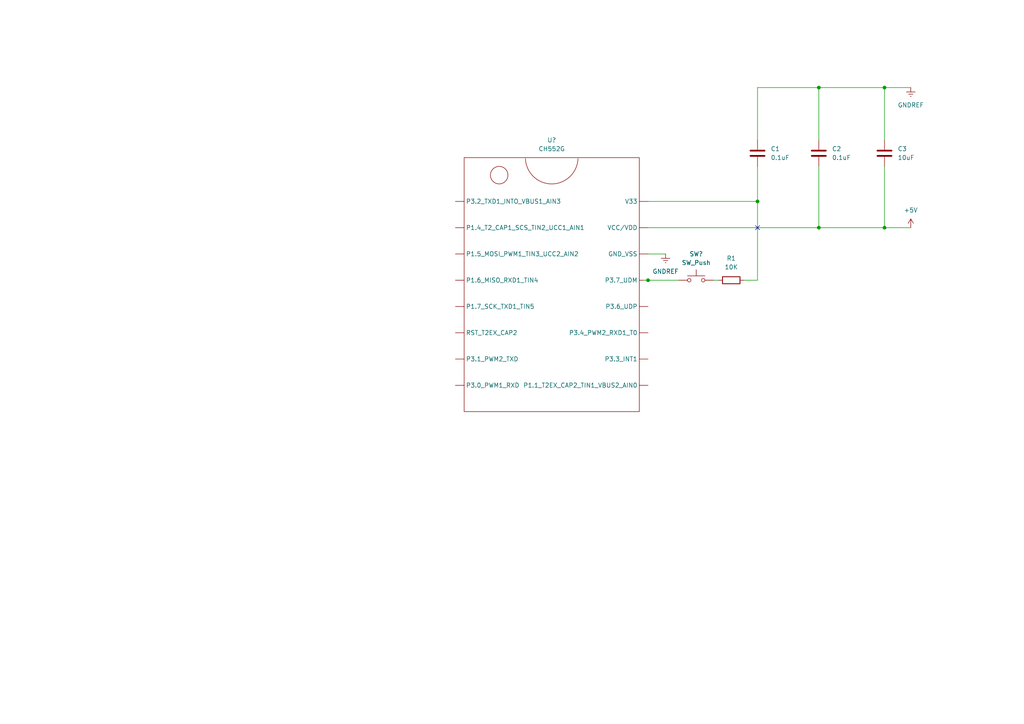
<source format=kicad_sch>
(kicad_sch (version 20211123) (generator eeschema)

  (uuid 7641937f-1eae-4389-8d3b-2efd90213c79)

  (paper "A4")

  (lib_symbols
    (symbol "Device:C" (pin_numbers hide) (pin_names (offset 0.254)) (in_bom yes) (on_board yes)
      (property "Reference" "C" (id 0) (at 0.635 2.54 0)
        (effects (font (size 1.27 1.27)) (justify left))
      )
      (property "Value" "C" (id 1) (at 0.635 -2.54 0)
        (effects (font (size 1.27 1.27)) (justify left))
      )
      (property "Footprint" "" (id 2) (at 0.9652 -3.81 0)
        (effects (font (size 1.27 1.27)) hide)
      )
      (property "Datasheet" "~" (id 3) (at 0 0 0)
        (effects (font (size 1.27 1.27)) hide)
      )
      (property "ki_keywords" "cap capacitor" (id 4) (at 0 0 0)
        (effects (font (size 1.27 1.27)) hide)
      )
      (property "ki_description" "Unpolarized capacitor" (id 5) (at 0 0 0)
        (effects (font (size 1.27 1.27)) hide)
      )
      (property "ki_fp_filters" "C_*" (id 6) (at 0 0 0)
        (effects (font (size 1.27 1.27)) hide)
      )
      (symbol "C_0_1"
        (polyline
          (pts
            (xy -2.032 -0.762)
            (xy 2.032 -0.762)
          )
          (stroke (width 0.508) (type default) (color 0 0 0 0))
          (fill (type none))
        )
        (polyline
          (pts
            (xy -2.032 0.762)
            (xy 2.032 0.762)
          )
          (stroke (width 0.508) (type default) (color 0 0 0 0))
          (fill (type none))
        )
      )
      (symbol "C_1_1"
        (pin passive line (at 0 3.81 270) (length 2.794)
          (name "~" (effects (font (size 1.27 1.27))))
          (number "1" (effects (font (size 1.27 1.27))))
        )
        (pin passive line (at 0 -3.81 90) (length 2.794)
          (name "~" (effects (font (size 1.27 1.27))))
          (number "2" (effects (font (size 1.27 1.27))))
        )
      )
    )
    (symbol "Device:R" (pin_numbers hide) (pin_names (offset 0)) (in_bom yes) (on_board yes)
      (property "Reference" "R" (id 0) (at 2.032 0 90)
        (effects (font (size 1.27 1.27)))
      )
      (property "Value" "R" (id 1) (at 0 0 90)
        (effects (font (size 1.27 1.27)))
      )
      (property "Footprint" "" (id 2) (at -1.778 0 90)
        (effects (font (size 1.27 1.27)) hide)
      )
      (property "Datasheet" "~" (id 3) (at 0 0 0)
        (effects (font (size 1.27 1.27)) hide)
      )
      (property "ki_keywords" "R res resistor" (id 4) (at 0 0 0)
        (effects (font (size 1.27 1.27)) hide)
      )
      (property "ki_description" "Resistor" (id 5) (at 0 0 0)
        (effects (font (size 1.27 1.27)) hide)
      )
      (property "ki_fp_filters" "R_*" (id 6) (at 0 0 0)
        (effects (font (size 1.27 1.27)) hide)
      )
      (symbol "R_0_1"
        (rectangle (start -1.016 -2.54) (end 1.016 2.54)
          (stroke (width 0.254) (type default) (color 0 0 0 0))
          (fill (type none))
        )
      )
      (symbol "R_1_1"
        (pin passive line (at 0 3.81 270) (length 1.27)
          (name "~" (effects (font (size 1.27 1.27))))
          (number "1" (effects (font (size 1.27 1.27))))
        )
        (pin passive line (at 0 -3.81 90) (length 1.27)
          (name "~" (effects (font (size 1.27 1.27))))
          (number "2" (effects (font (size 1.27 1.27))))
        )
      )
    )
    (symbol "Switch:SW_Push" (pin_numbers hide) (pin_names (offset 1.016) hide) (in_bom yes) (on_board yes)
      (property "Reference" "SW" (id 0) (at 1.27 2.54 0)
        (effects (font (size 1.27 1.27)) (justify left))
      )
      (property "Value" "SW_Push" (id 1) (at 0 -1.524 0)
        (effects (font (size 1.27 1.27)))
      )
      (property "Footprint" "" (id 2) (at 0 5.08 0)
        (effects (font (size 1.27 1.27)) hide)
      )
      (property "Datasheet" "~" (id 3) (at 0 5.08 0)
        (effects (font (size 1.27 1.27)) hide)
      )
      (property "ki_keywords" "switch normally-open pushbutton push-button" (id 4) (at 0 0 0)
        (effects (font (size 1.27 1.27)) hide)
      )
      (property "ki_description" "Push button switch, generic, two pins" (id 5) (at 0 0 0)
        (effects (font (size 1.27 1.27)) hide)
      )
      (symbol "SW_Push_0_1"
        (circle (center -2.032 0) (radius 0.508)
          (stroke (width 0) (type default) (color 0 0 0 0))
          (fill (type none))
        )
        (polyline
          (pts
            (xy 0 1.27)
            (xy 0 3.048)
          )
          (stroke (width 0) (type default) (color 0 0 0 0))
          (fill (type none))
        )
        (polyline
          (pts
            (xy 2.54 1.27)
            (xy -2.54 1.27)
          )
          (stroke (width 0) (type default) (color 0 0 0 0))
          (fill (type none))
        )
        (circle (center 2.032 0) (radius 0.508)
          (stroke (width 0) (type default) (color 0 0 0 0))
          (fill (type none))
        )
        (pin passive line (at -5.08 0 0) (length 2.54)
          (name "1" (effects (font (size 1.27 1.27))))
          (number "1" (effects (font (size 1.27 1.27))))
        )
        (pin passive line (at 5.08 0 180) (length 2.54)
          (name "2" (effects (font (size 1.27 1.27))))
          (number "2" (effects (font (size 1.27 1.27))))
        )
      )
    )
    (symbol "exert:CH552G" (in_bom yes) (on_board yes)
      (property "Reference" "U" (id 0) (at 0 -43.18 0)
        (effects (font (size 1.27 1.27)))
      )
      (property "Value" "CH552G" (id 1) (at 0 -40.64 0)
        (effects (font (size 1.27 1.27)))
      )
      (property "Footprint" "" (id 2) (at 0 0 0)
        (effects (font (size 1.27 1.27)) hide)
      )
      (property "Datasheet" "" (id 3) (at 0 0 0)
        (effects (font (size 1.27 1.27)) hide)
      )
      (symbol "CH552G_0_1"
        (rectangle (start -25.4 38.1) (end 25.4 -35.56)
          (stroke (width 0) (type default) (color 0 0 0 0))
          (fill (type none))
        )
        (circle (center -15.24 33.02) (radius 2.54)
          (stroke (width 0) (type default) (color 0 0 0 0))
          (fill (type none))
        )
        (arc (start -7.62 37.8212) (mid 0 30.4749) (end 7.62 37.8212)
          (stroke (width 0) (type default) (color 0 0 0 0))
          (fill (type none))
        )
      )
      (symbol "CH552G_1_1"
        (pin power_in line (at 27.94 10.16 180) (length 2.54)
          (name "GND_VSS" (effects (font (size 1.27 1.27))))
          (number "" (effects (font (size 1.27 1.27))))
        )
        (pin unspecified line (at 27.94 -27.94 180) (length 2.54)
          (name "P1.1_T2EX_CAP2_TIN1_VBUS2_AIN0" (effects (font (size 1.27 1.27))))
          (number "" (effects (font (size 1.27 1.27))))
        )
        (pin unspecified line (at -27.94 17.78 0) (length 2.54)
          (name "P1.4_T2_CAP1_SCS_TIN2_UCC1_AIN1" (effects (font (size 1.27 1.27))))
          (number "" (effects (font (size 1.27 1.27))))
        )
        (pin unspecified line (at -27.94 10.16 0) (length 2.54)
          (name "P1.5_MOSI_PWM1_TIN3_UCC2_AIN2" (effects (font (size 1.27 1.27))))
          (number "" (effects (font (size 1.27 1.27))))
        )
        (pin unspecified line (at -27.94 2.54 0) (length 2.54)
          (name "P1.6_MISO_RXD1_TIN4" (effects (font (size 1.27 1.27))))
          (number "" (effects (font (size 1.27 1.27))))
        )
        (pin unspecified line (at -27.94 -5.08 0) (length 2.54)
          (name "P1.7_SCK_TXD1_TIN5" (effects (font (size 1.27 1.27))))
          (number "" (effects (font (size 1.27 1.27))))
        )
        (pin unspecified line (at -27.94 -27.94 0) (length 2.54)
          (name "P3.0_PWM1_RXD" (effects (font (size 1.27 1.27))))
          (number "" (effects (font (size 1.27 1.27))))
        )
        (pin unspecified line (at -27.94 -20.32 0) (length 2.54)
          (name "P3.1_PWM2_TXD" (effects (font (size 1.27 1.27))))
          (number "" (effects (font (size 1.27 1.27))))
        )
        (pin unspecified line (at -27.94 25.4 0) (length 2.54)
          (name "P3.2_TXD1_INTO_VBUS1_AIN3" (effects (font (size 1.27 1.27))))
          (number "" (effects (font (size 1.27 1.27))))
        )
        (pin unspecified line (at 27.94 -20.32 180) (length 2.54)
          (name "P3.3_INT1" (effects (font (size 1.27 1.27))))
          (number "" (effects (font (size 1.27 1.27))))
        )
        (pin unspecified line (at 27.94 -12.7 180) (length 2.54)
          (name "P3.4_PWM2_RXD1_T0" (effects (font (size 1.27 1.27))))
          (number "" (effects (font (size 1.27 1.27))))
        )
        (pin unspecified line (at 27.94 -5.08 180) (length 2.54)
          (name "P3.6_UDP" (effects (font (size 1.27 1.27))))
          (number "" (effects (font (size 1.27 1.27))))
        )
        (pin unspecified line (at 27.94 2.54 180) (length 2.54)
          (name "P3.7_UDM" (effects (font (size 1.27 1.27))))
          (number "" (effects (font (size 1.27 1.27))))
        )
        (pin unspecified line (at -27.94 -12.7 0) (length 2.54)
          (name "RST_T2EX_CAP2" (effects (font (size 1.27 1.27))))
          (number "" (effects (font (size 1.27 1.27))))
        )
        (pin power_out line (at 27.94 25.4 180) (length 2.54)
          (name "V33" (effects (font (size 1.27 1.27))))
          (number "" (effects (font (size 1.27 1.27))))
        )
        (pin power_in line (at 27.94 17.78 180) (length 2.54)
          (name "VCC/VDD" (effects (font (size 1.27 1.27))))
          (number "" (effects (font (size 1.27 1.27))))
        )
      )
    )
    (symbol "power:+5V" (power) (pin_names (offset 0)) (in_bom yes) (on_board yes)
      (property "Reference" "#PWR" (id 0) (at 0 -3.81 0)
        (effects (font (size 1.27 1.27)) hide)
      )
      (property "Value" "+5V" (id 1) (at 0 3.556 0)
        (effects (font (size 1.27 1.27)))
      )
      (property "Footprint" "" (id 2) (at 0 0 0)
        (effects (font (size 1.27 1.27)) hide)
      )
      (property "Datasheet" "" (id 3) (at 0 0 0)
        (effects (font (size 1.27 1.27)) hide)
      )
      (property "ki_keywords" "global power" (id 4) (at 0 0 0)
        (effects (font (size 1.27 1.27)) hide)
      )
      (property "ki_description" "Power symbol creates a global label with name \"+5V\"" (id 5) (at 0 0 0)
        (effects (font (size 1.27 1.27)) hide)
      )
      (symbol "+5V_0_1"
        (polyline
          (pts
            (xy -0.762 1.27)
            (xy 0 2.54)
          )
          (stroke (width 0) (type default) (color 0 0 0 0))
          (fill (type none))
        )
        (polyline
          (pts
            (xy 0 0)
            (xy 0 2.54)
          )
          (stroke (width 0) (type default) (color 0 0 0 0))
          (fill (type none))
        )
        (polyline
          (pts
            (xy 0 2.54)
            (xy 0.762 1.27)
          )
          (stroke (width 0) (type default) (color 0 0 0 0))
          (fill (type none))
        )
      )
      (symbol "+5V_1_1"
        (pin power_in line (at 0 0 90) (length 0) hide
          (name "+5V" (effects (font (size 1.27 1.27))))
          (number "1" (effects (font (size 1.27 1.27))))
        )
      )
    )
    (symbol "power:GNDREF" (power) (pin_names (offset 0)) (in_bom yes) (on_board yes)
      (property "Reference" "#PWR" (id 0) (at 0 -6.35 0)
        (effects (font (size 1.27 1.27)) hide)
      )
      (property "Value" "GNDREF" (id 1) (at 0 -3.81 0)
        (effects (font (size 1.27 1.27)))
      )
      (property "Footprint" "" (id 2) (at 0 0 0)
        (effects (font (size 1.27 1.27)) hide)
      )
      (property "Datasheet" "" (id 3) (at 0 0 0)
        (effects (font (size 1.27 1.27)) hide)
      )
      (property "ki_keywords" "global power" (id 4) (at 0 0 0)
        (effects (font (size 1.27 1.27)) hide)
      )
      (property "ki_description" "Power symbol creates a global label with name \"GNDREF\" , reference supply ground" (id 5) (at 0 0 0)
        (effects (font (size 1.27 1.27)) hide)
      )
      (symbol "GNDREF_0_1"
        (polyline
          (pts
            (xy -0.635 -1.905)
            (xy 0.635 -1.905)
          )
          (stroke (width 0) (type default) (color 0 0 0 0))
          (fill (type none))
        )
        (polyline
          (pts
            (xy -0.127 -2.54)
            (xy 0.127 -2.54)
          )
          (stroke (width 0) (type default) (color 0 0 0 0))
          (fill (type none))
        )
        (polyline
          (pts
            (xy 0 -1.27)
            (xy 0 0)
          )
          (stroke (width 0) (type default) (color 0 0 0 0))
          (fill (type none))
        )
        (polyline
          (pts
            (xy 1.27 -1.27)
            (xy -1.27 -1.27)
          )
          (stroke (width 0) (type default) (color 0 0 0 0))
          (fill (type none))
        )
      )
      (symbol "GNDREF_1_1"
        (pin power_in line (at 0 0 270) (length 0) hide
          (name "GNDREF" (effects (font (size 1.27 1.27))))
          (number "1" (effects (font (size 1.27 1.27))))
        )
      )
    )
  )

  (junction (at 219.71 58.42) (diameter 0) (color 0 0 0 0)
    (uuid 1c84e3cf-c0ee-4854-94ec-ec165d77751e)
  )
  (junction (at 237.49 66.04) (diameter 0) (color 0 0 0 0)
    (uuid 34904fde-b40f-4051-8a75-e3bda8624651)
  )
  (junction (at 256.54 25.4) (diameter 0) (color 0 0 0 0)
    (uuid a193b792-b346-4e06-b5c7-2ac4d620d252)
  )
  (junction (at 187.96 81.28) (diameter 0) (color 0 0 0 0)
    (uuid bf87d7ca-da12-48aa-932b-6f864720ae7e)
  )
  (junction (at 256.54 66.04) (diameter 0) (color 0 0 0 0)
    (uuid bfad9ebc-f2f5-453d-ba03-970e3165b2ec)
  )
  (junction (at 237.49 25.4) (diameter 0) (color 0 0 0 0)
    (uuid dea33813-0304-41ea-bea9-e7b96894c061)
  )

  (no_connect (at 219.71 66.04) (uuid bb4af989-769e-4b25-8c79-59525a4d8e78))

  (wire (pts (xy 187.96 73.66) (xy 193.04 73.66))
    (stroke (width 0) (type default) (color 0 0 0 0))
    (uuid 0a95980e-2c47-4c0e-9797-7bfc8393692b)
  )
  (wire (pts (xy 219.71 58.42) (xy 219.71 81.28))
    (stroke (width 0) (type default) (color 0 0 0 0))
    (uuid 135adde3-834b-4623-8593-26fcf7e72221)
  )
  (wire (pts (xy 237.49 48.26) (xy 237.49 66.04))
    (stroke (width 0) (type default) (color 0 0 0 0))
    (uuid 3caab6bd-7d1d-4840-a93c-d9821c94a5dd)
  )
  (wire (pts (xy 256.54 25.4) (xy 237.49 25.4))
    (stroke (width 0) (type default) (color 0 0 0 0))
    (uuid 5b834a51-148f-4ded-b570-bb6e8a657539)
  )
  (wire (pts (xy 207.01 81.28) (xy 208.28 81.28))
    (stroke (width 0) (type default) (color 0 0 0 0))
    (uuid 5c4286cd-e5d5-4697-b428-a7186ab3e40b)
  )
  (wire (pts (xy 256.54 25.4) (xy 264.16 25.4))
    (stroke (width 0) (type default) (color 0 0 0 0))
    (uuid 61b57826-ca98-4945-ac95-942902dde2da)
  )
  (wire (pts (xy 237.49 25.4) (xy 219.71 25.4))
    (stroke (width 0) (type default) (color 0 0 0 0))
    (uuid 62ed5c10-1dec-4ea6-af44-43b9c9f3645f)
  )
  (wire (pts (xy 237.49 25.4) (xy 237.49 40.64))
    (stroke (width 0) (type default) (color 0 0 0 0))
    (uuid 747a829c-f816-44e1-83f0-59e29cca82a9)
  )
  (wire (pts (xy 256.54 66.04) (xy 264.16 66.04))
    (stroke (width 0) (type default) (color 0 0 0 0))
    (uuid 87715cd3-92cf-4a81-9b3a-5af728bce48b)
  )
  (wire (pts (xy 237.49 66.04) (xy 256.54 66.04))
    (stroke (width 0) (type default) (color 0 0 0 0))
    (uuid 9061dd37-0428-48b0-b459-389e26df471c)
  )
  (wire (pts (xy 219.71 81.28) (xy 215.9 81.28))
    (stroke (width 0) (type default) (color 0 0 0 0))
    (uuid 94eb3dc4-dd04-40c3-91dc-aeade806c748)
  )
  (wire (pts (xy 187.96 66.04) (xy 237.49 66.04))
    (stroke (width 0) (type default) (color 0 0 0 0))
    (uuid a21db476-ce29-4bd2-9d18-21f1d257fd94)
  )
  (wire (pts (xy 186.69 81.28) (xy 187.96 81.28))
    (stroke (width 0) (type default) (color 0 0 0 0))
    (uuid b8d9074a-141c-4d6f-b6c7-c79449e300ee)
  )
  (wire (pts (xy 256.54 48.26) (xy 256.54 66.04))
    (stroke (width 0) (type default) (color 0 0 0 0))
    (uuid c85f0abf-1fc5-4575-a308-1747697fa531)
  )
  (wire (pts (xy 219.71 48.26) (xy 219.71 58.42))
    (stroke (width 0) (type default) (color 0 0 0 0))
    (uuid c91a8ece-9331-4714-91d7-a44a231ea234)
  )
  (wire (pts (xy 219.71 25.4) (xy 219.71 40.64))
    (stroke (width 0) (type default) (color 0 0 0 0))
    (uuid d568b29c-5a36-4a10-927e-3e4cda42dded)
  )
  (wire (pts (xy 256.54 40.64) (xy 256.54 25.4))
    (stroke (width 0) (type default) (color 0 0 0 0))
    (uuid f0998c5b-f498-4e1d-8106-e18813fc37e8)
  )
  (wire (pts (xy 187.96 58.42) (xy 219.71 58.42))
    (stroke (width 0) (type default) (color 0 0 0 0))
    (uuid f585e252-f601-4a68-8c64-4ee78e3b0b67)
  )
  (wire (pts (xy 187.96 81.28) (xy 196.85 81.28))
    (stroke (width 0) (type default) (color 0 0 0 0))
    (uuid f639cbcd-db85-4ee4-8111-081ba014c879)
  )

  (symbol (lib_id "Device:C") (at 219.71 44.45 0) (unit 1)
    (in_bom yes) (on_board yes) (fields_autoplaced)
    (uuid 12e8b1d6-f7f9-439b-91b3-30cc456af121)
    (property "Reference" "C1" (id 0) (at 223.52 43.1799 0)
      (effects (font (size 1.27 1.27)) (justify left))
    )
    (property "Value" "0.1uF" (id 1) (at 223.52 45.7199 0)
      (effects (font (size 1.27 1.27)) (justify left))
    )
    (property "Footprint" "" (id 2) (at 220.6752 48.26 0)
      (effects (font (size 1.27 1.27)) hide)
    )
    (property "Datasheet" "~" (id 3) (at 219.71 44.45 0)
      (effects (font (size 1.27 1.27)) hide)
    )
    (pin "1" (uuid 39331583-0916-412f-aadd-2e025295ce66))
    (pin "2" (uuid 511b6e6e-a6d9-421b-b175-fd83e5653536))
  )

  (symbol (lib_id "Device:C") (at 256.54 44.45 0) (unit 1)
    (in_bom yes) (on_board yes) (fields_autoplaced)
    (uuid 371640f2-a0a0-45a8-a157-07e2bf49c0f5)
    (property "Reference" "C3" (id 0) (at 260.35 43.1799 0)
      (effects (font (size 1.27 1.27)) (justify left))
    )
    (property "Value" "10uF" (id 1) (at 260.35 45.7199 0)
      (effects (font (size 1.27 1.27)) (justify left))
    )
    (property "Footprint" "" (id 2) (at 257.5052 48.26 0)
      (effects (font (size 1.27 1.27)) hide)
    )
    (property "Datasheet" "~" (id 3) (at 256.54 44.45 0)
      (effects (font (size 1.27 1.27)) hide)
    )
    (pin "1" (uuid df2ff5c8-924a-494d-8e18-7c5a910d6f12))
    (pin "2" (uuid 951f6d8a-62ad-4208-bc06-59de542c575c))
  )

  (symbol (lib_id "Device:R") (at 212.09 81.28 270) (unit 1)
    (in_bom yes) (on_board yes) (fields_autoplaced)
    (uuid 3ed10232-247d-4ba0-9bc0-e64146b7e0c7)
    (property "Reference" "R1" (id 0) (at 212.09 74.93 90))
    (property "Value" "10K" (id 1) (at 212.09 77.47 90))
    (property "Footprint" "" (id 2) (at 212.09 79.502 90)
      (effects (font (size 1.27 1.27)) hide)
    )
    (property "Datasheet" "~" (id 3) (at 212.09 81.28 0)
      (effects (font (size 1.27 1.27)) hide)
    )
    (pin "1" (uuid 9d08f902-1b2e-4a8e-a405-c01f1d229690))
    (pin "2" (uuid 0da44cb2-b5ab-4279-afd6-c9bac56e7f3f))
  )

  (symbol (lib_id "Switch:SW_Push") (at 201.93 81.28 0) (unit 1)
    (in_bom yes) (on_board yes) (fields_autoplaced)
    (uuid 79498666-6dc6-4229-a334-8a0ea61f2f0f)
    (property "Reference" "SW?" (id 0) (at 201.93 73.66 0))
    (property "Value" "SW_Push" (id 1) (at 201.93 76.2 0))
    (property "Footprint" "" (id 2) (at 201.93 76.2 0)
      (effects (font (size 1.27 1.27)) hide)
    )
    (property "Datasheet" "~" (id 3) (at 201.93 76.2 0)
      (effects (font (size 1.27 1.27)) hide)
    )
    (pin "1" (uuid 98e4fd0d-1a9b-49ba-a803-2404565a08b7))
    (pin "2" (uuid 21040cab-4a5b-41b1-a867-3330ccc1c80e))
  )

  (symbol (lib_id "power:GNDREF") (at 193.04 73.66 0) (unit 1)
    (in_bom yes) (on_board yes) (fields_autoplaced)
    (uuid 81abab55-1618-4c42-90da-8a71507e586d)
    (property "Reference" "#PWR?" (id 0) (at 193.04 80.01 0)
      (effects (font (size 1.27 1.27)) hide)
    )
    (property "Value" "GNDREF" (id 1) (at 193.04 78.74 0))
    (property "Footprint" "" (id 2) (at 193.04 73.66 0)
      (effects (font (size 1.27 1.27)) hide)
    )
    (property "Datasheet" "" (id 3) (at 193.04 73.66 0)
      (effects (font (size 1.27 1.27)) hide)
    )
    (pin "1" (uuid b2a40894-b911-4785-be2d-9540053234ab))
  )

  (symbol (lib_id "exert:CH552G") (at 160.02 83.82 0) (unit 1)
    (in_bom yes) (on_board yes) (fields_autoplaced)
    (uuid 85bc505a-04b8-40f6-b481-9a82dfa5340d)
    (property "Reference" "U?" (id 0) (at 160.02 40.64 0))
    (property "Value" "CH552G" (id 1) (at 160.02 43.18 0))
    (property "Footprint" "" (id 2) (at 160.02 83.82 0)
      (effects (font (size 1.27 1.27)) hide)
    )
    (property "Datasheet" "" (id 3) (at 160.02 83.82 0)
      (effects (font (size 1.27 1.27)) hide)
    )
    (pin "" (uuid bd43b42d-5790-4cba-954e-c43ba7530a63))
    (pin "" (uuid 49b8e6aa-382a-4f59-aca5-76d3cde10366))
    (pin "" (uuid 9f6961b3-269b-4632-af34-7b8baf1d3cee))
    (pin "" (uuid bacb7786-ada2-4290-bf96-d8e12f7325b0))
    (pin "" (uuid 67031842-a304-450a-a78c-f81014a05796))
    (pin "" (uuid 467b93d0-6e2f-4efd-b400-448423f5cfbe))
    (pin "" (uuid af42022c-7621-40a6-b28c-fb2d15bc4775))
    (pin "" (uuid 814da368-214c-41f9-9dd9-949bf7693488))
    (pin "" (uuid 839631c1-b10c-4800-91eb-cd6f58ab79e9))
    (pin "" (uuid 3007be9f-88b6-4cf7-8e1e-674d9e52c42a))
    (pin "" (uuid a38b6381-88fe-4e0e-a210-c6de4caa2517))
    (pin "" (uuid cf479664-b11c-4701-ae8e-c62a4bda695e))
    (pin "" (uuid 3a9f67f1-f8d2-437f-ab8b-e37b7726b510))
    (pin "" (uuid 11338920-f1fb-49ff-94b2-db1a176ae013))
    (pin "" (uuid a9900a8d-c672-464a-8120-6b7cac33eb0b))
    (pin "" (uuid 3511975b-af92-4fe7-ac74-3b6144b6b60b))
  )

  (symbol (lib_id "Device:C") (at 237.49 44.45 0) (unit 1)
    (in_bom yes) (on_board yes) (fields_autoplaced)
    (uuid b51dee36-63a5-4a9d-b03c-76a3909bd8ac)
    (property "Reference" "C2" (id 0) (at 241.3 43.1799 0)
      (effects (font (size 1.27 1.27)) (justify left))
    )
    (property "Value" "0.1uF" (id 1) (at 241.3 45.7199 0)
      (effects (font (size 1.27 1.27)) (justify left))
    )
    (property "Footprint" "" (id 2) (at 238.4552 48.26 0)
      (effects (font (size 1.27 1.27)) hide)
    )
    (property "Datasheet" "~" (id 3) (at 237.49 44.45 0)
      (effects (font (size 1.27 1.27)) hide)
    )
    (pin "1" (uuid 846ec05b-373c-4f93-ad54-287ec1691f9c))
    (pin "2" (uuid a46f9d17-ea4f-4e5c-b9d8-17670bf9fe79))
  )

  (symbol (lib_id "power:GNDREF") (at 264.16 25.4 0) (unit 1)
    (in_bom yes) (on_board yes) (fields_autoplaced)
    (uuid d2a45f31-82fb-46a8-b0b4-b1748ccd05a1)
    (property "Reference" "#PWR?" (id 0) (at 264.16 31.75 0)
      (effects (font (size 1.27 1.27)) hide)
    )
    (property "Value" "GNDREF" (id 1) (at 264.16 30.48 0))
    (property "Footprint" "" (id 2) (at 264.16 25.4 0)
      (effects (font (size 1.27 1.27)) hide)
    )
    (property "Datasheet" "" (id 3) (at 264.16 25.4 0)
      (effects (font (size 1.27 1.27)) hide)
    )
    (pin "1" (uuid f0b2aa5c-caee-4f9f-880e-e88966bbafa6))
  )

  (symbol (lib_id "power:+5V") (at 264.16 66.04 0) (unit 1)
    (in_bom yes) (on_board yes) (fields_autoplaced)
    (uuid dd54bb8a-4042-4347-aa8e-5217e0112b55)
    (property "Reference" "#PWR?" (id 0) (at 264.16 69.85 0)
      (effects (font (size 1.27 1.27)) hide)
    )
    (property "Value" "+5V" (id 1) (at 264.16 60.96 0))
    (property "Footprint" "" (id 2) (at 264.16 66.04 0)
      (effects (font (size 1.27 1.27)) hide)
    )
    (property "Datasheet" "" (id 3) (at 264.16 66.04 0)
      (effects (font (size 1.27 1.27)) hide)
    )
    (pin "1" (uuid e439560e-6dd4-4367-8f61-edb36cf63350))
  )

  (sheet_instances
    (path "/" (page "1"))
  )

  (symbol_instances
    (path "/81abab55-1618-4c42-90da-8a71507e586d"
      (reference "#PWR?") (unit 1) (value "GNDREF") (footprint "")
    )
    (path "/d2a45f31-82fb-46a8-b0b4-b1748ccd05a1"
      (reference "#PWR?") (unit 1) (value "GNDREF") (footprint "")
    )
    (path "/dd54bb8a-4042-4347-aa8e-5217e0112b55"
      (reference "#PWR?") (unit 1) (value "+5V") (footprint "")
    )
    (path "/12e8b1d6-f7f9-439b-91b3-30cc456af121"
      (reference "C1") (unit 1) (value "0.1uF") (footprint "")
    )
    (path "/b51dee36-63a5-4a9d-b03c-76a3909bd8ac"
      (reference "C2") (unit 1) (value "0.1uF") (footprint "")
    )
    (path "/371640f2-a0a0-45a8-a157-07e2bf49c0f5"
      (reference "C3") (unit 1) (value "10uF") (footprint "")
    )
    (path "/3ed10232-247d-4ba0-9bc0-e64146b7e0c7"
      (reference "R1") (unit 1) (value "10K") (footprint "")
    )
    (path "/79498666-6dc6-4229-a334-8a0ea61f2f0f"
      (reference "SW?") (unit 1) (value "SW_Push") (footprint "")
    )
    (path "/85bc505a-04b8-40f6-b481-9a82dfa5340d"
      (reference "U?") (unit 1) (value "CH552G") (footprint "")
    )
  )
)

</source>
